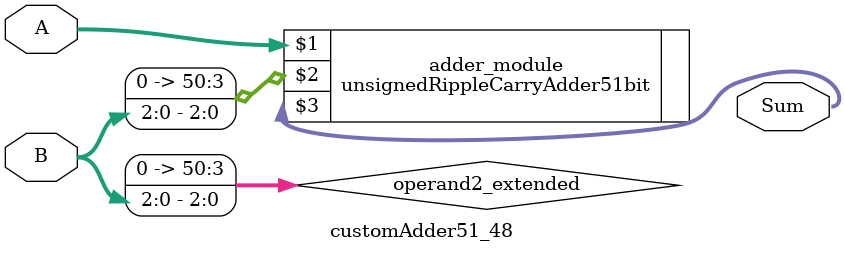
<source format=v>
module customAdder51_48(
                        input [50 : 0] A,
                        input [2 : 0] B,
                        
                        output [51 : 0] Sum
                );

        wire [50 : 0] operand2_extended;
        
        assign operand2_extended =  {48'b0, B};
        
        unsignedRippleCarryAdder51bit adder_module(
            A,
            operand2_extended,
            Sum
        );
        
        endmodule
        
</source>
